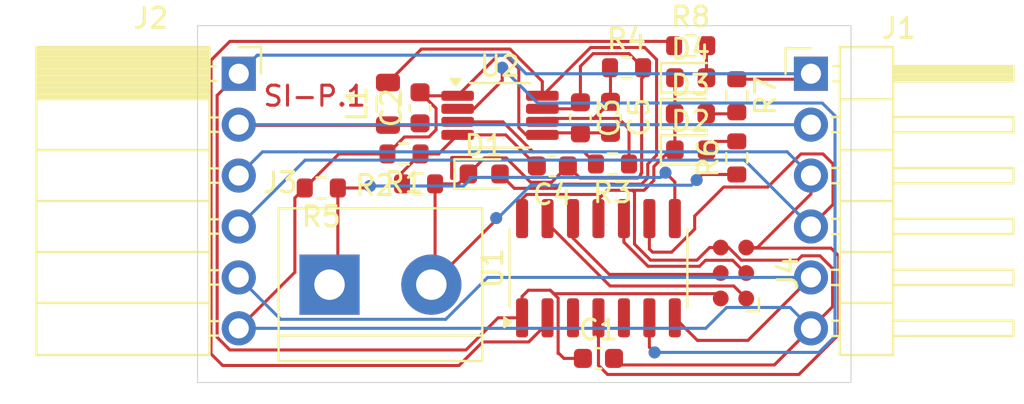
<source format=kicad_pcb>
(kicad_pcb (version 20240108) (generator "pcbnew") (generator_version "8.0")
  (layers (0 "F.Cu" signal) (31 "B.Cu" signal) (34 "B.Paste" user) (35 "F.Paste" user) (36 "B.SilkS" user "B.Silkscreen") (37 "F.SilkS" user "F.Silkscreen") (38 "B.Mask" user) (39 "F.Mask" user) (44 "Edge.Cuts" user))
  (net 0 "")
  (net 1 "GND")
  (net 2 "+3V3")
  (net 3 "+5V")
  (net 4 "+12V")
  (net 5 "Net-(U2-FB)")
  (net 6 "Net-(D1-A)")
  (net 7 "Net-(D2-A)")
  (net 8 "Net-(D3-A)")
  (net 9 "Net-(D4-A)")
  (net 10 "/RESET")
  (net 11 "/I2C_SCL")
  (net 12 "/I2C_SDA")
  (net 13 "/PT_OUT")
  (net 14 "Net-(U2-FREQ)")
  (net 15 "/STATUS")
  (net 16 "/SPI_MISO")
  (net 17 "/SPI_MOSI")
  (net 18 "/SPI_SCK")
  (net 21 "/BOOST_SHDN")
  (net 22 "Net-(U2-VDD)")
  (footprint "Connector_PinSocket_2.54mm:PinSocket_1x06_P2.54mm_Horizontal" (layer "F.Cu") (at 181.25748 61.8)
    (property "Reference" "J2" (at -4.38 -2.77 0) (layer "F.SilkS"))
    (property "Value" "Conn_01x06_Socket")
    (fp_line (start -10.09 -1.33) (end -10.09 14.03) (stroke (width 0.12)) (layer "F.SilkS"))
    (fp_line (start -10.09 -1.33) (end -1.46 -1.33) (stroke (width 0.12)) (layer "F.SilkS"))
    (fp_line (start -10.09 -1.21) (end -1.46 -1.21) (stroke (width 0.12)) (layer "F.SilkS"))
    (fp_line (start -10.09 -1.091905) (end -1.46 -1.091905) (stroke (width 0.12)) (layer "F.SilkS"))
    (fp_line (start -10.09 -0.97381) (end -1.46 -0.97381) (stroke (width 0.12)) (layer "F.SilkS"))
    (fp_line (start -10.09 -0.855715) (end -1.46 -0.855715) (stroke (width 0.12)) (layer "F.SilkS"))
    (fp_line (start -10.09 -0.73762) (end -1.46 -0.73762) (stroke (width 0.12)) (layer "F.SilkS"))
    (fp_line (start -10.09 -0.619525) (end -1.46 -0.619525) (stroke (width 0.12)) (layer "F.SilkS"))
    (fp_line (start -10.09 -0.50143) (end -1.46 -0.50143) (stroke (width 0.12)) (layer "F.SilkS"))
    (fp_line (start -10.09 -0.383335) (end -1.46 -0.383335) (stroke (width 0.12)) (layer "F.SilkS"))
    (fp_line (start -10.09 -0.26524) (end -1.46 -0.26524) (stroke (width 0.12)) (layer "F.SilkS"))
    (fp_line (start -10.09 -0.147145) (end -1.46 -0.147145) (stroke (width 0.12)) (layer "F.SilkS"))
    (fp_line (start -10.09 -0.02905) (end -1.46 -0.02905) (stroke (width 0.12)) (layer "F.SilkS"))
    (fp_line (start -10.09 0.089045) (end -1.46 0.089045) (stroke (width 0.12)) (layer "F.SilkS"))
    (fp_line (start -10.09 0.20714) (end -1.46 0.20714) (stroke (width 0.12)) (layer "F.SilkS"))
    (fp_line (start -10.09 0.325235) (end -1.46 0.325235) (stroke (width 0.12)) (layer "F.SilkS"))
    (fp_line (start -10.09 0.44333) (end -1.46 0.44333) (stroke (width 0.12)) (layer "F.SilkS"))
    (fp_line (start -10.09 0.561425) (end -1.46 0.561425) (stroke (width 0.12)) (layer "F.SilkS"))
    (fp_line (start -10.09 0.67952) (end -1.46 0.67952) (stroke (width 0.12)) (layer "F.SilkS"))
    (fp_line (start -10.09 0.797615) (end -1.46 0.797615) (stroke (width 0.12)) (layer "F.SilkS"))
    (fp_line (start -10.09 0.91571) (end -1.46 0.91571) (stroke (width 0.12)) (layer "F.SilkS"))
    (fp_line (start -10.09 1.033805) (end -1.46 1.033805) (stroke (width 0.12)) (layer "F.SilkS"))
    (fp_line (start -10.09 1.1519) (end -1.46 1.1519) (stroke (width 0.12)) (layer "F.SilkS"))
    (fp_line (start -10.09 1.27) (end -1.46 1.27) (stroke (width 0.12)) (layer "F.SilkS"))
    (fp_line (start -10.09 3.81) (end -1.46 3.81) (stroke (width 0.12)) (layer "F.SilkS"))
    (fp_line (start -10.09 6.35) (end -1.46 6.35) (stroke (width 0.12)) (layer "F.SilkS"))
    (fp_line (start -10.09 8.89) (end -1.46 8.89) (stroke (width 0.12)) (layer "F.SilkS"))
    (fp_line (start -10.09 11.43) (end -1.46 11.43) (stroke (width 0.12)) (layer "F.SilkS"))
    (fp_line (start -10.09 14.03) (end -1.46 14.03) (stroke (width 0.12)) (layer "F.SilkS"))
    (fp_line (start -1.46 -1.33) (end -1.46 14.03) (stroke (width 0.12)) (layer "F.SilkS"))
    (fp_line (start -1.46 -0.36) (end -1.11 -0.36) (stroke (width 0.12)) (layer "F.SilkS"))
    (fp_line (start -1.46 0.36) (end -1.11 0.36) (stroke (width 0.12)) (layer "F.SilkS"))
    (fp_line (start -1.46 2.18) (end -1.05 2.18) (stroke (width 0.12)) (layer "F.SilkS"))
    (fp_line (start -1.46 2.9) (end -1.05 2.9) (stroke (width 0.12)) (layer "F.SilkS"))
    (fp_line (start -1.46 4.72) (end -1.05 4.72) (stroke (width 0.12)) (layer "F.SilkS"))
    (fp_line (start -1.46 5.44) (end -1.05 5.44) (stroke (width 0.12)) (layer "F.SilkS"))
    (fp_line (start -1.46 7.26) (end -1.05 7.26) (stroke (width 0.12)) (layer "F.SilkS"))
    (fp_line (start -1.46 7.98) (end -1.05 7.98) (stroke (width 0.12)) (layer "F.SilkS"))
    (fp_line (start -1.46 9.8) (end -1.05 9.8) (stroke (width 0.12)) (layer "F.SilkS"))
    (fp_line (start -1.46 10.52) (end -1.05 10.52) (stroke (width 0.12)) (layer "F.SilkS"))
    (fp_line (start -1.46 12.34) (end -1.05 12.34) (stroke (width 0.12)) (layer "F.SilkS"))
    (fp_line (start -1.46 13.06) (end -1.05 13.06) (stroke (width 0.12)) (layer "F.SilkS"))
    (fp_line (start 0 -1.33) (end 1.11 -1.33) (stroke (width 0.12)) (layer "F.SilkS"))
    (fp_line (start 1.11 -1.33) (end 1.11 0) (stroke (width 0.12)) (layer "F.SilkS"))
    (pad "1" thru_hole rect (at 0 0) (size 1.7 1.7) (drill 1) (layers "*.Cu" "*.Mask") (net 2 "+3V3"))
    (pad "2" thru_hole oval (at 0 2.54) (size 1.7 1.7) (drill 1) (layers "*.Cu" "*.Mask") (net 3 "+5V"))
    (pad "3" thru_hole oval (at 0 5.08) (size 1.7 1.7) (drill 1) (layers "*.Cu" "*.Mask") (net 10 "/RESET"))
    (pad "4" thru_hole oval (at 0 7.62) (size 1.7 1.7) (drill 1) (layers "*.Cu" "*.Mask") (net 11 "/I2C_SCL"))
    (pad "5" thru_hole oval (at 0 10.16) (size 1.7 1.7) (drill 1) (layers "*.Cu" "*.Mask") (net 12 "/I2C_SDA"))
    (pad "6" thru_hole oval (at 0 12.7) (size 1.7 1.7) (drill 1) (layers "*.Cu" "*.Mask") (net 1 "GND"))
  )
  (footprint "Capacitor_SMD:C_0603_1608Metric" (layer "F.Cu") (at 198.3 64 -90)
    (property "Reference" "C3" (at 0 -1.43 90) (layer "F.SilkS"))
    (property "Value" "68u")
    (fp_line (start -0.14058 0.51) (end 0.14058 0.51) (stroke (width 0.12)) (layer "F.SilkS"))
    (fp_line (start -0.14058 -0.51) (end 0.14058 -0.51) (stroke (width 0.12)) (layer "F.SilkS"))
    (pad "1" smd roundrect (at -0.775 0 270) (size 0.9 0.95) (layers "F.Cu" "F.Paste" "F.Mask") (net 4 "+12V"))
    (pad "2" smd roundrect (at 0.775 0 270) (size 0.9 0.95) (layers "F.Cu" "F.Paste" "F.Mask") (net 1 "GND"))
  )
  (footprint "Resistor_SMD:R_0603_1608Metric" (layer "F.Cu") (at 190.225 67.293112 180)
    (property "Reference" "R2" (at 2.181212 -0.075302 0) (layer "F.SilkS"))
    (property "Value" "150k")
    (fp_line (start -0.237258 0.5225) (end 0.237258 0.5225) (stroke (width 0.12)) (layer "F.SilkS"))
    (fp_line (start -0.237258 -0.5225) (end 0.237258 -0.5225) (stroke (width 0.12)) (layer "F.SilkS"))
    (pad "1" smd roundrect (at -0.825 0 180) (size 0.8 0.95) (layers "F.Cu" "F.Paste" "F.Mask") (net 4 "+12V"))
    (pad "2" smd roundrect (at 0.825 0 180) (size 0.8 0.95) (layers "F.Cu" "F.Paste" "F.Mask") (net 5 "Net-(U2-FB)"))
  )
  (footprint "LED_SMD:LED_0603_1608Metric" (layer "F.Cu") (at 203.8 62)
    (property "Reference" "D4" (at 0 -1.43 0) (layer "F.SilkS"))
    (property "Value" "LED")
    (fp_line (start -1.485 -0.735) (end -1.485 0.735) (stroke (width 0.12)) (layer "F.SilkS"))
    (fp_line (start -1.485 0.735) (end 0.8 0.735) (stroke (width 0.12)) (layer "F.SilkS"))
    (fp_line (start 0.8 -0.735) (end -1.485 -0.735) (stroke (width 0.12)) (layer "F.SilkS"))
    (pad "1" smd roundrect (at -0.7875 0) (size 0.875 0.95) (layers "F.Cu" "F.Paste" "F.Mask") (net 1 "GND"))
    (pad "2" smd roundrect (at 0.7875 0) (size 0.875 0.95) (layers "F.Cu" "F.Paste" "F.Mask") (net 9 "Net-(D4-A)"))
  )
  (footprint "Resistor_SMD:R_0603_1608Metric" (layer "F.Cu") (at 199.9 66.3 180)
    (property "Reference" "R3" (at 0 -1.43 0) (layer "F.SilkS"))
    (property "Value" "200k")
    (fp_line (start -0.237258 0.5225) (end 0.237258 0.5225) (stroke (width 0.12)) (layer "F.SilkS"))
    (fp_line (start -0.237258 -0.5225) (end 0.237258 -0.5225) (stroke (width 0.12)) (layer "F.SilkS"))
    (pad "1" smd roundrect (at -0.825 0 180) (size 0.8 0.95) (layers "F.Cu" "F.Paste" "F.Mask") (net 22 "Net-(U2-VDD)"))
    (pad "2" smd roundrect (at 0.825 0 180) (size 0.8 0.95) (layers "F.Cu" "F.Paste" "F.Mask") (net 14 "Net-(U2-FREQ)"))
  )
  (footprint "Package_SO:VSSOP-8_3x3mm_P0.65mm" (layer "F.Cu") (at 194.2875 63.875)
    (property "Reference" "U2" (at 0 -2.45 0) (layer "F.SilkS"))
    (property "Value" "LM2621MM/NOPB")
    (fp_line (start 0 -1.61) (end -1.5 -1.61) (stroke (width 0.12)) (layer "F.SilkS"))
    (fp_line (start 0 -1.61) (end 1.5 -1.61) (stroke (width 0.12)) (layer "F.SilkS"))
    (fp_line (start 0 1.61) (end -1.5 1.61) (stroke (width 0.12)) (layer "F.SilkS"))
    (fp_line (start 0 1.61) (end 1.5 1.61) (stroke (width 0.12)) (layer "F.SilkS"))
    (fp_poly (pts (xy -2.2125 -1.485) (xy -2.4525 -1.815) (xy -1.9725 -1.815) (xy -2.2125 -1.485)) (stroke (width 0.12)) (fill solid) (layer "F.SilkS"))
    (pad "1" smd roundrect (at -2.1125 -0.975) (size 1.625 0.5) (layers "F.Cu" "F.Paste" "F.Mask") (net 1 "GND"))
    (pad "2" smd roundrect (at -2.1125 -0.325) (size 1.625 0.5) (layers "F.Cu" "F.Paste" "F.Mask") (net 21 "/BOOST_SHDN"))
    (pad "3" smd roundrect (at -2.1125 0.325) (size 1.625 0.5) (layers "F.Cu" "F.Paste" "F.Mask") (net 14 "Net-(U2-FREQ)"))
    (pad "4" smd roundrect (at -2.1125 0.975) (size 1.625 0.5) (layers "F.Cu" "F.Paste" "F.Mask") (net 5 "Net-(U2-FB)"))
    (pad "5" smd roundrect (at 2.1125 0.975) (size 1.625 0.5) (layers "F.Cu" "F.Paste" "F.Mask") (net 1 "GND"))
    (pad "6" smd roundrect (at 2.1125 0.325) (size 1.625 0.5) (layers "F.Cu" "F.Paste" "F.Mask") (net 22 "Net-(U2-VDD)"))
    (pad "7" smd roundrect (at 2.1125 -0.325) (size 1.625 0.5) (layers "F.Cu" "F.Paste" "F.Mask") (net 4 "+12V"))
    (pad "8" smd roundrect (at 2.1125 -0.975) (size 1.625 0.5) (layers "F.Cu" "F.Paste" "F.Mask") (net 6 "Net-(D1-A)"))
  )
  (footprint "Capacitor_SMD:C_0603_1608Metric" (layer "F.Cu") (at 196.9 66.4 180)
    (property "Reference" "C4" (at 0 -1.43 0) (layer "F.SilkS"))
    (property "Value" "39p")
    (fp_line (start -0.14058 0.51) (end 0.14058 0.51) (stroke (width 0.12)) (layer "F.SilkS"))
    (fp_line (start -0.14058 -0.51) (end 0.14058 -0.51) (stroke (width 0.12)) (layer "F.SilkS"))
    (pad "1" smd roundrect (at -0.775 0 180) (size 0.9 0.95) (layers "F.Cu" "F.Paste" "F.Mask") (net 4 "+12V"))
    (pad "2" smd roundrect (at 0.775 0 180) (size 0.9 0.95) (layers "F.Cu" "F.Paste" "F.Mask") (net 5 "Net-(U2-FB)"))
  )
  (footprint "Capacitor_SMD:C_0603_1608Metric" (layer "F.Cu") (at 199.8 63.975 -90)
    (property "Reference" "C5" (at 0 -1.43 90) (layer "F.SilkS"))
    (property "Value" "100n")
    (fp_line (start -0.14058 0.51) (end 0.14058 0.51) (stroke (width 0.12)) (layer "F.SilkS"))
    (fp_line (start -0.14058 -0.51) (end 0.14058 -0.51) (stroke (width 0.12)) (layer "F.SilkS"))
    (pad "1" smd roundrect (at -0.775 0 270) (size 0.9 0.95) (layers "F.Cu" "F.Paste" "F.Mask") (net 22 "Net-(U2-VDD)"))
    (pad "2" smd roundrect (at 0.775 0 270) (size 0.9 0.95) (layers "F.Cu" "F.Paste" "F.Mask") (net 1 "GND"))
  )
  (footprint "Diode_SMD:D_0603_1608Metric" (layer "F.Cu") (at 193.5 66.8)
    (property "Reference" "D1" (at 0 -1.43 0) (layer "F.SilkS"))
    (property "Value" "D_Schottky")
    (fp_line (start -1.485 -0.735) (end -1.485 0.735) (stroke (width 0.12)) (layer "F.SilkS"))
    (fp_line (start -1.485 0.735) (end 0.8 0.735) (stroke (width 0.12)) (layer "F.SilkS"))
    (fp_line (start 0.8 -0.735) (end -1.485 -0.735) (stroke (width 0.12)) (layer "F.SilkS"))
    (pad "1" smd roundrect (at -0.7875 0) (size 0.875 0.95) (layers "F.Cu" "F.Paste" "F.Mask") (net 4 "+12V"))
    (pad "2" smd roundrect (at 0.7875 0) (size 0.875 0.95) (layers "F.Cu" "F.Paste" "F.Mask") (net 6 "Net-(D1-A)"))
  )
  (footprint "Capacitor_SMD:C_0603_1608Metric" (layer "F.Cu") (at 199.2 76)
    (property "Reference" "C1" (at 0 -1.43 0) (layer "F.SilkS"))
    (property "Value" "0.1u")
    (fp_line (start -0.14058 -0.51) (end 0.14058 -0.51) (stroke (width 0.12)) (layer "F.SilkS"))
    (fp_line (start -0.14058 0.51) (end 0.14058 0.51) (stroke (width 0.12)) (layer "F.SilkS"))
    (pad "1" smd roundrect (at -0.775 0) (size 0.9 0.95) (layers "F.Cu" "F.Paste" "F.Mask") (net 2 "+3V3"))
    (pad "2" smd roundrect (at 0.775 0) (size 0.9 0.95) (layers "F.Cu" "F.Paste" "F.Mask") (net 1 "GND"))
  )
  (footprint "TerminalBlock:TerminalBlock_bornier-2_P5.08mm" (layer "F.Cu") (at 185.784406 72.321293)
    (property "Reference" "J3" (at -2.46 -5.090521 0) (layer "F.SilkS"))
    (property "Value" "Screw_Terminal_01x02")
    (fp_line (start -2.54 -3.81) (end -2.54 3.81) (stroke (width 0.12)) (layer "F.SilkS"))
    (fp_line (start -2.54 3.81) (end 7.62 3.81) (stroke (width 0.12)) (layer "F.SilkS"))
    (fp_line (start 7.62 -3.81) (end -2.54 -3.81) (stroke (width 0.12)) (layer "F.SilkS"))
    (fp_line (start 7.62 2.54) (end -2.54 2.54) (stroke (width 0.12)) (layer "F.SilkS"))
    (fp_line (start 7.62 3.81) (end 7.62 -3.81) (stroke (width 0.12)) (layer "F.SilkS"))
    (pad "1" thru_hole rect (at 0 0) (size 3 3) (drill 1.52) (layers "*.Cu" "*.Mask") (net 13 "/PT_OUT"))
    (pad "2" thru_hole circle (at 5.08 0) (size 3 3) (drill 1.52) (layers "*.Cu" "*.Mask") (net 4 "+12V"))
  )
  (footprint "Connector_PinHeader_2.54mm:PinHeader_1x06_P2.54mm_Horizontal" (layer "F.Cu") (at 209.8 61.8)
    (property "Reference" "J1" (at 4.385 -2.27 0) (layer "F.SilkS"))
    (property "Value" "Conn_01x06_Pin")
    (fp_line (start -1.27 -1.27) (end 0 -1.27) (stroke (width 0.12)) (layer "F.SilkS"))
    (fp_line (start -1.27 0) (end -1.27 -1.27) (stroke (width 0.12)) (layer "F.SilkS"))
    (fp_line (start 1.042929 2.16) (end 1.44 2.16) (stroke (width 0.12)) (layer "F.SilkS"))
    (fp_line (start 1.042929 2.92) (end 1.44 2.92) (stroke (width 0.12)) (layer "F.SilkS"))
    (fp_line (start 1.042929 4.7) (end 1.44 4.7) (stroke (width 0.12)) (layer "F.SilkS"))
    (fp_line (start 1.042929 5.46) (end 1.44 5.46) (stroke (width 0.12)) (layer "F.SilkS"))
    (fp_line (start 1.042929 7.24) (end 1.44 7.24) (stroke (width 0.12)) (layer "F.SilkS"))
    (fp_line (start 1.042929 8) (end 1.44 8) (stroke (width 0.12)) (layer "F.SilkS"))
    (fp_line (start 1.042929 9.78) (end 1.44 9.78) (stroke (width 0.12)) (layer "F.SilkS"))
    (fp_line (start 1.042929 10.54) (end 1.44 10.54) (stroke (width 0.12)) (layer "F.SilkS"))
    (fp_line (start 1.042929 12.32) (end 1.44 12.32) (stroke (width 0.12)) (layer "F.SilkS"))
    (fp_line (start 1.042929 13.08) (end 1.44 13.08) (stroke (width 0.12)) (layer "F.SilkS"))
    (fp_line (start 1.11 -0.38) (end 1.44 -0.38) (stroke (width 0.12)) (layer "F.SilkS"))
    (fp_line (start 1.11 0.38) (end 1.44 0.38) (stroke (width 0.12)) (layer "F.SilkS"))
    (fp_line (start 1.44 -1.33) (end 1.44 14.03) (stroke (width 0.12)) (layer "F.SilkS"))
    (fp_line (start 1.44 1.27) (end 4.1 1.27) (stroke (width 0.12)) (layer "F.SilkS"))
    (fp_line (start 1.44 3.81) (end 4.1 3.81) (stroke (width 0.12)) (layer "F.SilkS"))
    (fp_line (start 1.44 6.35) (end 4.1 6.35) (stroke (width 0.12)) (layer "F.SilkS"))
    (fp_line (start 1.44 8.89) (end 4.1 8.89) (stroke (width 0.12)) (layer "F.SilkS"))
    (fp_line (start 1.44 11.43) (end 4.1 11.43) (stroke (width 0.12)) (layer "F.SilkS"))
    (fp_line (start 1.44 14.03) (end 4.1 14.03) (stroke (width 0.12)) (layer "F.SilkS"))
    (fp_line (start 4.1 -1.33) (end 1.44 -1.33) (stroke (width 0.12)) (layer "F.SilkS"))
    (fp_line (start 4.1 -0.38) (end 10.1 -0.38) (stroke (width 0.12)) (layer "F.SilkS"))
    (fp_line (start 4.1 -0.32) (end 10.1 -0.32) (stroke (width 0.12)) (layer "F.SilkS"))
    (fp_line (start 4.1 -0.2) (end 10.1 -0.2) (stroke (width 0.12)) (layer "F.SilkS"))
    (fp_line (start 4.1 -0.08) (end 10.1 -0.08) (stroke (width 0.12)) (layer "F.SilkS"))
    (fp_line (start 4.1 0.04) (end 10.1 0.04) (stroke (width 0.12)) (layer "F.SilkS"))
    (fp_line (start 4.1 0.16) (end 10.1 0.16) (stroke (width 0.12)) (layer "F.SilkS"))
    (fp_line (start 4.1 0.28) (end 10.1 0.28) (stroke (width 0.12)) (layer "F.SilkS"))
    (fp_line (start 4.1 2.16) (end 10.1 2.16) (stroke (width 0.12)) (layer "F.SilkS"))
    (fp_line (start 4.1 4.7) (end 10.1 4.7) (stroke (width 0.12)) (layer "F.SilkS"))
    (fp_line (start 4.1 7.24) (end 10.1 7.24) (stroke (width 0.12)) (layer "F.SilkS"))
    (fp_line (start 4.1 9.78) (end 10.1 9.78) (stroke (width 0.12)) (layer "F.SilkS"))
    (fp_line (start 4.1 12.32) (end 10.1 12.32) (stroke (width 0.12)) (layer "F.SilkS"))
    (fp_line (start 4.1 14.03) (end 4.1 -1.33) (stroke (width 0.12)) (layer "F.SilkS"))
    (fp_line (start 10.1 -0.38) (end 10.1 0.38) (stroke (width 0.12)) (layer "F.SilkS"))
    (fp_line (start 10.1 0.38) (end 4.1 0.38) (stroke (width 0.12)) (layer "F.SilkS"))
    (fp_line (start 10.1 2.16) (end 10.1 2.92) (stroke (width 0.12)) (layer "F.SilkS"))
    (fp_line (start 10.1 2.92) (end 4.1 2.92) (stroke (width 0.12)) (layer "F.SilkS"))
    (fp_line (start 10.1 4.7) (end 10.1 5.46) (stroke (width 0.12)) (layer "F.SilkS"))
    (fp_line (start 10.1 5.46) (end 4.1 5.46) (stroke (width 0.12)) (layer "F.SilkS"))
    (fp_line (start 10.1 7.24) (end 10.1 8) (stroke (width 0.12)) (layer "F.SilkS"))
    (fp_line (start 10.1 8) (end 4.1 8) (stroke (width 0.12)) (layer "F.SilkS"))
    (fp_line (start 10.1 9.78) (end 10.1 10.54) (stroke (width 0.12)) (layer "F.SilkS"))
    (fp_line (start 10.1 10.54) (end 4.1 10.54) (stroke (width 0.12)) (layer "F.SilkS"))
    (fp_line (start 10.1 12.32) (end 10.1 13.08) (stroke (width 0.12)) (layer "F.SilkS"))
    (fp_line (start 10.1 13.08) (end 4.1 13.08) (stroke (width 0.12)) (layer "F.SilkS"))
    (pad "1" thru_hole rect (at 0 0) (size 1.7 1.7) (drill 1) (layers "*.Cu" "*.Mask") (net 2 "+3V3"))
    (pad "2" thru_hole oval (at 0 2.54) (size 1.7 1.7) (drill 1) (layers "*.Cu" "*.Mask") (net 3 "+5V"))
    (pad "3" thru_hole oval (at 0 5.08) (size 1.7 1.7) (drill 1) (layers "*.Cu" "*.Mask") (net 10 "/RESET"))
    (pad "4" thru_hole oval (at 0 7.62) (size 1.7 1.7) (drill 1) (layers "*.Cu" "*.Mask") (net 11 "/I2C_SCL"))
    (pad "5" thru_hole oval (at 0 10.16) (size 1.7 1.7) (drill 1) (layers "*.Cu" "*.Mask") (net 12 "/I2C_SDA"))
    (pad "6" thru_hole oval (at 0 12.7) (size 1.7 1.7) (drill 1) (layers "*.Cu" "*.Mask") (net 1 "GND"))
  )
  (footprint "Resistor_SMD:R_0603_1608Metric" (layer "F.Cu") (at 206.1 66 90)
    (property "Reference" "R6" (at 0 -1.43 90) (layer "F.SilkS"))
    (property "Value" "6.8k")
    (fp_line (start -0.237258 -0.5225) (end 0.237258 -0.5225) (stroke (width 0.12)) (layer "F.SilkS"))
    (fp_line (start -0.237258 0.5225) (end 0.237258 0.5225) (stroke (width 0.12)) (layer "F.SilkS"))
    (pad "1" smd roundrect (at -0.825 0 90) (size 0.8 0.95) (layers "F.Cu" "F.Paste" "F.Mask") (net 4 "+12V"))
    (pad "2" smd roundrect (at 0.825 0 90) (size 0.8 0.95) (layers "F.Cu" "F.Paste" "F.Mask") (net 7 "Net-(D2-A)"))
  )
  (footprint "Connector:Tag-Connect_TC2030-IDC-NL_2x03_P1.27mm_Vertical" (layer "F.Cu") (at 205.935 71.74 90)
    (property "Reference" "J4" (at 0 2.7 90) (layer "F.SilkS"))
    (property "Value" "AVR-ISP-6")
    (fp_line (start -1.27 1.27) (end -1.905 1.27) (stroke (width 0.12)) (layer "F.SilkS"))
    (fp_line (start -1.905 1.27) (end -1.905 0.635) (stroke (width 0.12)) (layer "F.SilkS"))
    (pad "" np_thru_hole circle (at -2.54 0 90) (size 0.9906 0.9906) (drill 0.9906) (layers "*.Cu" "*.Mask"))
    (pad "" np_thru_hole circle (at 2.54 -1.016 90) (size 0.9906 0.9906) (drill 0.9906) (layers "*.Cu" "*.Mask"))
    (pad "" np_thru_hole circle (at 2.54 1.016 90) (size 0.9906 0.9906) (drill 0.9906) (layers "*.Cu" "*.Mask"))
    (pad "1" connect circle (at -1.27 0.635 90) (size 0.7874 0.7874) (layers "F.Cu" "F.Mask") (net 16 "/SPI_MISO"))
    (pad "2" connect circle (at -1.27 -0.635 90) (size 0.7874 0.7874) (layers "F.Cu" "F.Mask") (net 2 "+3V3"))
    (pad "3" connect circle (at 0 0.635 90) (size 0.7874 0.7874) (layers "F.Cu" "F.Mask") (net 18 "/SPI_SCK"))
    (pad "4" connect circle (at 0 -0.635 90) (size 0.7874 0.7874) (layers "F.Cu" "F.Mask") (net 17 "/SPI_MOSI"))
    (pad "5" connect circle (at 1.27 0.635 90) (size 0.7874 0.7874) (layers "F.Cu" "F.Mask") (net 10 "/RESET"))
    (pad "6" connect circle (at 1.27 -0.635 90) (size 0.7874 0.7874) (layers "F.Cu" "F.Mask") (net 1 "GND"))
  )
  (footprint "Resistor_SMD:R_0603_1608Metric" (layer "F.Cu") (at 203.8 60.4)
    (property "Reference" "R8" (at 0 -1.43 0) (layer "F.SilkS"))
    (property "Value" "330")
    (fp_line (start -0.237258 -0.5225) (end 0.237258 -0.5225) (stroke (width 0.12)) (layer "F.SilkS"))
    (fp_line (start -0.237258 0.5225) (end 0.237258 0.5225) (stroke (width 0.12)) (layer "F.SilkS"))
    (pad "1" smd roundrect (at -0.825 0) (size 0.8 0.95) (layers "F.Cu" "F.Paste" "F.Mask") (net 15 "/STATUS"))
    (pad "2" smd roundrect (at 0.825 0) (size 0.8 0.95) (layers "F.Cu" "F.Paste" "F.Mask") (net 9 "Net-(D4-A)"))
  )
  (footprint "Resistor_SMD:R_0603_1608Metric" (layer "F.Cu") (at 189.5 65.8 180)
    (property "Reference" "R1" (at 0 -1.43 0) (layer "F.SilkS"))
    (property "Value" "15k")
    (fp_line (start -0.237258 0.5225) (end 0.237258 0.5225) (stroke (width 0.12)) (layer "F.SilkS"))
    (fp_line (start -0.237258 -0.5225) (end 0.237258 -0.5225) (stroke (width 0.12)) (layer "F.SilkS"))
    (pad "1" smd roundrect (at -0.825 0 180) (size 0.8 0.95) (layers "F.Cu" "F.Paste" "F.Mask") (net 5 "Net-(U2-FB)"))
    (pad "2" smd roundrect (at 0.825 0 180) (size 0.8 0.95) (layers "F.Cu" "F.Paste" "F.Mask") (net 1 "GND"))
  )
  (footprint "Inductor_SMD:L_0805_2012Metric" (layer "F.Cu") (at 188.7 63.3 90)
    (property "Reference" "L1" (at 0 -1.55 90) (layer "F.SilkS"))
    (property "Value" "6.8u")
    (fp_line (start -0.399622 -0.56) (end 0.399622 -0.56) (stroke (width 0.12)) (layer "F.SilkS"))
    (fp_line (start -0.399622 0.56) (end 0.399622 0.56) (stroke (width 0.12)) (layer "F.SilkS"))
    (pad "1" smd roundrect (at -1.0625 0 90) (size 0.875 1.2) (layers "F.Cu" "F.Paste" "F.Mask") (net 3 "+5V"))
    (pad "2" smd roundrect (at 1.0625 0 90) (size 0.875 1.2) (layers "F.Cu" "F.Paste" "F.Mask") (net 6 "Net-(D1-A)"))
  )
  (footprint "Capacitor_SMD:C_0603_1608Metric" (layer "F.Cu") (at 190.3 63.5 90)
    (property "Reference" "C2" (at 0 -1.43 90) (layer "F.SilkS"))
    (property "Value" "22u")
    (fp_line (start -0.14058 -0.51) (end 0.14058 -0.51) (stroke (width 0.12)) (layer "F.SilkS"))
    (fp_line (start -0.14058 0.51) (end 0.14058 0.51) (stroke (width 0.12)) (layer "F.SilkS"))
    (pad "1" smd roundrect (at -0.775 0 90) (size 0.9 0.95) (layers "F.Cu" "F.Paste" "F.Mask") (net 3 "+5V"))
    (pad "2" smd roundrect (at 0.775 0 90) (size 0.9 0.95) (layers "F.Cu" "F.Paste" "F.Mask") (net 1 "GND"))
  )
  (footprint "Resistor_SMD:R_0603_1608Metric" (layer "F.Cu") (at 206.1 62.9 -90)
    (property "Reference" "R7" (at 0 -1.43 90) (layer "F.SilkS"))
    (property "Value" "330")
    (fp_line (start -0.237258 0.5225) (end 0.237258 0.5225) (stroke (width 0.12)) (layer "F.SilkS"))
    (fp_line (start -0.237258 -0.5225) (end 0.237258 -0.5225) (stroke (width 0.12)) (layer "F.SilkS"))
    (pad "1" smd roundrect (at -0.825 0 270) (size 0.8 0.95) (layers "F.Cu" "F.Paste" "F.Mask") (net 2 "+3V3"))
    (pad "2" smd roundrect (at 0.825 0 270) (size 0.8 0.95) (layers "F.Cu" "F.Paste" "F.Mask") (net 8 "Net-(D3-A)"))
  )
  (footprint "Resistor_SMD:R_0603_1608Metric" (layer "F.Cu") (at 200.6 61.5)
    (property "Reference" "R4" (at 0 -1.43 0) (layer "F.SilkS"))
    (property "Value" "500")
    (fp_line (start -0.237258 -0.5225) (end 0.237258 -0.5225) (stroke (width 0.12)) (layer "F.SilkS"))
    (fp_line (start -0.237258 0.5225) (end 0.237258 0.5225) (stroke (width 0.12)) (layer "F.SilkS"))
    (pad "1" smd roundrect (at -0.825 0) (size 0.8 0.95) (layers "F.Cu" "F.Paste" "F.Mask") (net 22 "Net-(U2-VDD)"))
    (pad "2" smd roundrect (at 0.825 0) (size 0.8 0.95) (layers "F.Cu" "F.Paste" "F.Mask") (net 4 "+12V"))
  )
  (footprint "Resistor_SMD:R_0603_1608Metric" (layer "F.Cu") (at 185.375 67.5 180)
    (property "Reference" "R5" (at 0 -1.43 0) (layer "F.SilkS"))
    (property "Value" "180")
    (fp_line (start -0.237258 0.5225) (end 0.237258 0.5225) (stroke (width 0.12)) (layer "F.SilkS"))
    (fp_line (start -0.237258 -0.5225) (end 0.237258 -0.5225) (stroke (width 0.12)) (layer "F.SilkS"))
    (pad "1" smd roundrect (at -0.825 0 180) (size 0.8 0.95) (layers "F.Cu" "F.Paste" "F.Mask") (net 13 "/PT_OUT"))
    (pad "2" smd roundrect (at 0.825 0 180) (size 0.8 0.95) (layers "F.Cu" "F.Paste" "F.Mask") (net 1 "GND"))
  )
  (footprint "LED_SMD:LED_0603_1608Metric" (layer "F.Cu") (at 203.7875 63.8)
    (property "Reference" "D3" (at 0 -1.43 0) (layer "F.SilkS"))
    (property "Value" "LED")
    (fp_line (start -1.485 -0.735) (end -1.485 0.735) (stroke (width 0.12)) (layer "F.SilkS"))
    (fp_line (start -1.485 0.735) (end 0.8 0.735) (stroke (width 0.12)) (layer "F.SilkS"))
    (fp_line (start 0.8 -0.735) (end -1.485 -0.735) (stroke (width 0.12)) (layer "F.SilkS"))
    (pad "1" smd roundrect (at -0.7875 0) (size 0.875 0.95) (layers "F.Cu" "F.Paste" "F.Mask") (net 1 "GND"))
    (pad "2" smd roundrect (at 0.7875 0) (size 0.875 0.95) (layers "F.Cu" "F.Paste" "F.Mask") (net 8 "Net-(D3-A)"))
  )
  (footprint "LED_SMD:LED_0603_1608Metric" (layer "F.Cu") (at 203.8 65.6)
    (property "Reference" "D2" (at 0 -1.43 0) (layer "F.SilkS"))
    (property "Value" "LED")
    (fp_line (start -1.485 -0.735) (end -1.485 0.735) (stroke (width 0.12)) (layer "F.SilkS"))
    (fp_line (start -1.485 0.735) (end 0.8 0.735) (stroke (width 0.12)) (layer "F.SilkS"))
    (fp_line (start 0.8 -0.735) (end -1.485 -0.735) (stroke (width 0.12)) (layer "F.SilkS"))
    (pad "1" smd roundrect (at -0.7875 0) (size 0.875 0.95) (layers "F.Cu" "F.Paste" "F.Mask") (net 1 "GND"))
    (pad "2" smd roundrect (at 0.7875 0) (size 0.875 0.95) (layers "F.Cu" "F.Paste" "F.Mask") (net 7 "Net-(D2-A)"))
  )
  (footprint "Package_SO:SOIC-14_3.9x8.7mm_P1.27mm" (layer "F.Cu") (at 199.2 71.5 90)
    (property "Reference" "U1" (at 0 -5.28 90) (layer "F.SilkS"))
    (property "Value" "ATtiny841-SS")
    (fp_line (start 0 -4.435) (end 1.95 -4.435) (stroke (width 0.12)) (layer "F.SilkS"))
    (fp_line (start 0 -4.435) (end -1.95 -4.435) (stroke (width 0.12)) (layer "F.SilkS"))
    (fp_line (start 0 4.435) (end 1.95 4.435) (stroke (width 0.12)) (layer "F.SilkS"))
    (fp_line (start 0 4.435) (end -1.95 4.435) (stroke (width 0.12)) (layer "F.SilkS"))
    (fp_poly (pts (xy -2.7 -4.37) (xy -2.94 -4.7) (xy -2.46 -4.7) (xy -2.7 -4.37)) (stroke (width 0.12)) (fill solid) (layer "F.SilkS"))
    (pad "1" smd roundrect (at -2.475 -3.81 90) (size 1.95 0.6) (layers "F.Cu" "F.Paste" "F.Mask") (net 2 "+3V3"))
    (pad "2" smd roundrect (at -2.475 -2.54 90) (size 1.95 0.6) (layers "F.Cu" "F.Paste" "F.Mask") (net 15 "/STATUS"))
    (pad "3" smd roundrect (at -2.475 -1.27 90) (size 1.95 0.6) (layers "F.Cu" "F.Paste" "F.Mask"))
    (pad "4" smd roundrect (at -2.475 0 90) (size 1.95 0.6) (layers "F.Cu" "F.Paste" "F.Mask") (net 10 "/RESET"))
    (pad "5" smd roundrect (at -2.475 1.27 90) (size 1.95 0.6) (layers "F.Cu" "F.Paste" "F.Mask"))
    (pad "6" smd roundrect (at -2.475 2.54 90) (size 1.95 0.6) (layers "F.Cu" "F.Paste" "F.Mask") (net 21 "/BOOST_SHDN"))
    (pad "7" smd roundrect (at -2.475 3.81 90) (size 1.95 0.6) (layers "F.Cu" "F.Paste" "F.Mask") (net 12 "/I2C_SDA"))
    (pad "8" smd roundrect (at 2.475 3.81 90) (size 1.95 0.6) (layers "F.Cu" "F.Paste" "F.Mask") (net 13 "/PT_OUT"))
    (pad "9" smd roundrect (at 2.475 2.54 90) (size 1.95 0.6) (layers "F.Cu" "F.Paste" "F.Mask") (net 11 "/I2C_SCL"))
    (pad "10" smd roundrect (at 2.475 1.27 90) (size 1.95 0.6) (layers "F.Cu" "F.Paste" "F.Mask") (net 18 "/SPI_SCK"))
    (pad "11" smd roundrect (at 2.475 0 90) (size 1.95 0.6) (layers "F.Cu" "F.Paste" "F.Mask") (net 1 "GND"))
    (pad "12" smd roundrect (at 2.475 -1.27 90) (size 1.95 0.6) (layers "F.Cu" "F.Paste" "F.Mask") (net 17 "/SPI_MOSI"))
    (pad "13" smd roundrect (at 2.475 -2.54 90) (size 1.95 0.6) (layers "F.Cu" "F.Paste" "F.Mask") (net 16 "/SPI_MISO"))
    (pad "14" smd roundrect (at 2.475 -3.81 90) (size 1.95 0.6) (layers "F.Cu" "F.Paste" "F.Mask") (net 1 "GND"))
  )
  (gr_line (start 191.9 66) (end 191.9 67) (stroke (width 0.2)) (layer "F.Cu"))
  (gr_line (start 192.8 66) (end 191.9 66) (stroke (width 0.2)) (layer "F.Cu"))
  (gr_rect (start 179.2 59.4) (end 211.8 77.2) (stroke (width 0.05)) (fill none) (layer "Edge.Cuts"))
  (gr_text "SI-P.1" (at 182.4 63.5 0) (layer "F.Cu") (effects (font (size 1 1)) (justify left bottom)))
  (segment (start 207.9738 76.3262) (end 209.8 74.5) (width 0.1524) (layer "F.Cu") (net 1))
  (segment (start 199.2 68.050001) (end 199.636801 67.6132) (width 0.1524) (layer "F.Cu") (net 1))
  (segment (start 190.744122 64.9536) (end 191.1 64.597722) (width 0.1524) (layer "F.Cu") (net 1))
  (segment (start 203.0125 62) (end 203.0125 65.6) (width 0.1524) (layer "F.Cu") (net 1))
  (segment (start 192.175 62.9) (end 194.2012 60.8738) (width 0.1524) (layer "F.Cu") (net 1))
  (segment (start 210.8786 71.513229) (end 210.8786 73.4214) (width 0.1524) (layer "F.Cu") (net 1))
  (segment (start 194.2012 60.8738) (end 194.559381 60.8738) (width 0.1524) (layer "F.Cu") (net 1))
  (segment (start 195.39 69.025) (end 195.39 68.050001) (width 0.1524) (layer "F.Cu") (net 1))
  (segment (start 200.3012 76.3262) (end 207.9738 76.3262) (width 0.1524) (layer "F.Cu") (net 1))
  (segment (start 209.134629 71.1) (end 209.353229 70.8814) (width 0.1524) (layer "F.Cu") (net 1))
  (segment (start 195.618601 67.8214) (end 199.1214 67.8214) (width 0.1524) (layer "F.Cu") (net 1))
  (segment (start 199.636801 67.6132) (end 200.9 67.6132) (width 0.1524) (layer "F.Cu") (net 1))
  (segment (start 205.3 70.47) (end 205.689934 70.47) (width 0.1524) (layer "F.Cu") (net 1))
  (segment (start 210.8786 73.4214) (end 209.8 74.5) (width 0.1524) (layer "F.Cu") (net 1))
  (segment (start 209.353229 70.8814) (end 210.246771 70.8814) (width 0.1524) (layer "F.Cu") (net 1))
  (segment (start 204.743225 70.47) (end 204.113225 71.1) (width 0.1524) (layer "F.Cu") (net 1))
  (segment (start 184.055806 71.701674) (end 181.25748 74.5) (width 0.1524) (layer "F.Cu") (net 1))
  (segment (start 195.39 68.050001) (end 195.618601 67.8214) (width 0.1524) (layer "F.Cu") (net 1))
  (segment (start 201.8 71.1) (end 200.9986 70.2986) (width 0.1524) (layer "F.Cu") (net 1))
  (segment (start 195.587501 64.85) (end 196.4 64.85) (width 0.1524) (layer "F.Cu") (net 1))
  (segment (start 205.689934 70.47) (end 206.319934 71.1) (width 0.1524) (layer "F.Cu") (net 1))
  (segment (start 206.319934 71.1) (end 209.134629 71.1) (width 0.1524) (layer "F.Cu") (net 1))
  (segment (start 192.175 62.9) (end 190.375 62.9) (width 0.1524) (layer "F.Cu") (net 1))
  (segment (start 186.25 65.8) (end 188.675 65.8) (width 0.1524) (layer "F.Cu") (net 1))
  (segment (start 184.055806 67.994194) (end 184.055806 71.701674) (width 0.1524) (layer "F.Cu") (net 1))
  (segment (start 196.5 64.75) (end 196.4 64.85) (width 0.1524) (layer "F.Cu") (net 1))
  (segment (start 201.9632 66.430234) (end 202.793434 65.6) (width 0.1524) (layer "F.Cu") (net 1))
  (segment (start 184.55 67.5) (end 184.055806 67.994194) (width 0.1524) (layer "F.Cu") (net 1))
  (segment (start 188.675 65.8) (end 189.5214 64.9536) (width 0.1524) (layer "F.Cu") (net 1))
  (segment (start 190.375 62.9) (end 190.3 62.825) (width 0.1524) (layer "F.Cu") (net 1))
  (segment (start 191.1 64.597722) (end 191.1 63.525) (width 0.1524) (layer "F.Cu") (net 1))
  (segment (start 194.559381 60.8738) (end 195.2262 61.540619) (width 0.1524) (layer "F.Cu") (net 1))
  (segment (start 200.9986 67.7118) (end 200.9 67.6132) (width 0.1524) (layer "F.Cu") (net 1))
  (segment (start 195.2262 61.540619) (end 195.2262 64.488699) (width 0.1524) (layer "F.Cu") (net 1))
  (segment (start 201.474299 67.6132) (end 201.9632 67.124299) (width 0.1524) (layer "F.Cu") (net 1))
  (segment (start 199.2 67.9) (end 199.2 69.025) (width 0.1524) (layer "F.Cu") (net 1))
  (segment (start 200.9986 70.2986) (end 200.9986 67.7118) (width 0.1524) (layer "F.Cu") (net 1))
  (segment (start 210.246771 70.8814) (end 210.8786 71.513229) (width 0.1524) (layer "F.Cu") (net 1))
  (segment (start 189.5214 64.9536) (end 190.744122 64.9536) (width 0.1524) (layer "F.Cu") (net 1))
  (segment (start 201.9632 67.124299) (end 201.9632 66.430234) (width 0.1524) (layer "F.Cu") (net 1))
  (segment (start 205.3 70.47) (end 204.743225 70.47) (width 0.1524) (layer "F.Cu") (net 1))
  (segment (start 199.975 76) (end 200.3012 76.3262) (width 0.1524) (layer "F.Cu") (net 1))
  (segment (start 200.9 67.6132) (end 201.474299 67.6132) (width 0.1524) (layer "F.Cu") (net 1))
  (segment (start 199.8 64.75) (end 196.5 64.75) (width 0.1524) (layer "F.Cu") (net 1))
  (segment (start 195.2262 64.488699) (end 195.587501 64.85) (width 0.1524) (layer "F.Cu") (net 1))
  (segment (start 184.55 67.5) (end 186.25 65.8) (width 0.1524) (layer "F.Cu") (net 1))
  (segment (start 202.793434 65.6) (end 203.0125 65.6) (width 0.1524) (layer "F.Cu") (net 1))
  (segment (start 204.113225 71.1) (end 201.8 71.1) (width 0.1524) (layer "F.Cu") (net 1))
  (segment (start 199.2 69.025) (end 199.2 68.050001) (width 0.1524) (layer "F.Cu") (net 1))
  (segment (start 191.1 63.525) (end 190.3 62.725) (width 0.1524) (layer "F.Cu") (net 1))
  (segment (start 199.1214 67.8214) (end 199.2 67.9) (width 0.1524) (layer "F.Cu") (net 1))
  (segment (start 208.7585 73.4585) (end 209.8 74.5) (width 0.1524) (layer "B.Cu") (net 1))
  (segment (start 181.25748 74.5) (end 204.553224 74.5) (width 0.1524) (layer "B.Cu") (net 1))
  (segment (start 205.594724 73.4585) (end 208.7585 73.4585) (width 0.1524) (layer "B.Cu") (net 1))
  (segment (start 204.553224 74.5) (end 205.594724 73.4585) (width 0.1524) (layer "B.Cu") (net 1))
  (segment (start 195.39 72.91) (end 195.39 73.975) (width 0.1524) (layer "F.Cu") (net 2))
  (segment (start 195.7 72.6) (end 195.39 72.91) (width 0.1524) (layer "F.Cu") (net 2))
  (segment (start 192.590348 75.5786) (end 194.193948 73.975) (width 0.1524) (layer "F.Cu") (net 2))
  (segment (start 196.970978 72.7714) (end 196.799578 72.6) (width 0.1524) (layer "F.Cu") (net 2))
  (segment (start 209.525 62.075) (end 209.8 61.8) (width 0.1524) (layer "F.Cu") (net 2))
  (segment (start 205.3 73.01) (end 205.0614 72.7714) (width 0.1524) (layer "F.Cu") (net 2))
  (segment (start 197.1886 75.7114) (end 197.1886 72.989022) (width 0.1524) (layer "F.Cu") (net 2))
  (segment (start 197.4772 76) (end 197.1886 75.7114) (width 0.1524) (layer "F.Cu") (net 2))
  (segment (start 198.425 76) (end 197.4772 76) (width 0.1524) (layer "F.Cu") (net 2))
  (segment (start 180.17888 74.946771) (end 180.810709 75.5786) (width 0.1524) (layer "F.Cu") (net 2))
  (segment (start 180.810709 75.5786) (end 192.590348 75.5786) (width 0.1524) (layer "F.Cu") (net 2))
  (segment (start 194.193948 73.975) (end 195.39 73.975) (width 0.1524) (layer "F.Cu") (net 2))
  (segment (start 181.25748 61.8) (end 180.17888 62.8786) (width 0.1524) (layer "F.Cu") (net 2))
  (segment (start 196.799578 72.6) (end 195.7 72.6) (width 0.1524) (layer "F.Cu") (net 2))
  (segment (start 197.1886 72.989022) (end 196.799578 72.6) (width 0.1524) (layer "F.Cu") (net 2))
  (segment (start 197.1886 75.7614) (end 197.1886 75.7114) (width 0.1524) (layer "F.Cu") (net 2))
  (segment (start 206.1 62.075) (end 209.525 62.075) (width 0.1524) (layer "F.Cu") (net 2))
  (segment (start 180.17888 62.8786) (end 180.17888 74.946771) (width 0.1524) (layer "F.Cu") (net 2))
  (segment (start 205.0614 72.7714) (end 196.970978 72.7714) (width 0.1524) (layer "F.Cu") (net 2))
  (segment (start 194.659381 60.8738) (end 182.18368 60.8738) (width 0.1524) (layer "B.Cu") (net 2))
  (segment (start 182.18368 60.8738) (end 181.25748 61.8) (width 0.1524) (layer "B.Cu") (net 2))
  (segment (start 209.8 61.8) (end 195.585581 61.8) (width 0.1524) (layer "B.Cu") (net 2))
  (segment (start 195.585581 61.8) (end 194.659381 60.8738) (width 0.1524) (layer "B.Cu") (net 2))
  (segment (start 181.29248 64.375) (end 181.25748 64.34) (width 0.1524) (layer "F.Cu") (net 3))
  (segment (start 190.3 64.375) (end 181.29248 64.375) (width 0.1524) (layer "F.Cu") (net 3))
  (segment (start 181.25748 64.34) (end 209.8 64.34) (width 0.1524) (layer "B.Cu") (net 3))
  (segment (start 193.5125 66) (end 192.7125 66.8) (width 0.1524) (layer "F.Cu") (net 4))
  (segment (start 191.056888 67.3) (end 191.05 67.293112) (width 0.1524) (layer "F.Cu") (net 4))
  (segment (start 206.1 66.825) (end 204.375 66.825) (width 0.1524) (layer "F.Cu") (net 4))
  (segment (start 200.7214 60.7964) (end 201.425 61.5) (width 0.1524) (layer "F.Cu") (net 4))
  (segment (start 198.2786 67.0036) (end 201.165348 67.0036) (width 0.1524) (layer "F.Cu") (net 4))
  (segment (start 192.7 66.8) (end 192.206888 67.293112) (width 0.1524) (layer "F.Cu") (net 4))
  (segment (start 198.3 61.431052) (end 198.934652 60.7964) (width 0.1524) (layer "F.Cu") (net 4))
  (segment (start 192.206888 67.293112) (end 191.05 67.293112) (width 0.1524) (layer "F.Cu") (net 4))
  (segment (start 198.3 63.225) (end 198.3 61.431052) (width 0.1524) (layer "F.Cu") (net 4))
  (segment (start 191.05 72.135699) (end 190.864406 72.321293) (width 0.1524) (layer "F.Cu") (net 4))
  (segment (start 192.7125 66.8) (end 192.7 66.8) (width 0.1524) (layer "F.Cu") (net 4))
  (segment (start 194.1 69.085699) (end 194.1 69) (width 0.1524) (layer "F.Cu") (net 4))
  (segment (start 201.3536 66.758074) (end 201.3536 62.0464) (width 0.1524) (layer "F.Cu") (net 4))
  (segment (start 194.60121 66) (end 193.5125 66) (width 0.1524) (layer "F.Cu") (net 4))
  (segment (start 197.675 66.4) (end 196.8632 67.2118) (width 0.1524) (layer "F.Cu") (net 4))
  (segment (start 201.165348 67.0036) (end 201.308309 66.860639) (width 0.1524) (layer "F.Cu") (net 4))
  (segment (start 197.675 66.4) (end 198.2786 67.0036) (width 0.1524) (layer "F.Cu") (net 4))
  (segment (start 197.975 63.55) (end 198.3 63.225) (width 0.1524) (layer "F.Cu") (net 4))
  (segment (start 196.4 63.55) (end 197.975 63.55) (width 0.1524) (layer "F.Cu") (net 4))
  (segment (start 191.05 67.293112) (end 191.05 72.135699) (width 0.1524) (layer "F.Cu") (net 4))
  (segment (start 198.934652 60.7964) (end 200.7214 60.7964) (width 0.1524) (layer "F.Cu") (net 4))
  (segment (start 201.308309 66.803365) (end 201.3536 66.758074) (width 0.1524) (layer "F.Cu") (net 4))
  (segment (start 195.81301 67.2118) (end 194.60121 66) (width 0.1524) (layer "F.Cu") (net 4))
  (segment (start 201.308309 66.860639) (end 201.308309 66.803365) (width 0.1524) (layer "F.Cu") (net 4))
  (segment (start 196.8632 67.2118) (end 195.81301 67.2118) (width 0.1524) (layer "F.Cu") (net 4))
  (segment (start 204.375 66.825) (end 204.1 67.1) (width 0.1524) (layer "F.Cu") (net 4))
  (segment (start 201.425 61.975) (end 201.425 61.5) (width 0.1524) (layer "F.Cu") (net 4))
  (segment (start 201.3536 62.0464) (end 201.425 61.975) (width 0.1524) (layer "F.Cu") (net 4))
  (segment (start 190.864406 72.321293) (end 194.1 69.085699) (width 0.1524) (layer "F.Cu") (net 4))
  (via (at 204.1 67.1) (size 0.6) (drill 0.001) (layers "F.Cu" "B.Cu") (net 4))
  (via (at 194.1 69) (size 0.6) (drill 0.001) (layers "F.Cu" "B.Cu") (net 4))
  (segment (start 194.185699 69) (end 195.824593 67.361106) (width 0.1524) (layer "B.Cu") (net 4))
  (segment (start 203.838894 67.361106) (end 195.824593 67.361106) (width 0.1524) (layer "B.Cu") (net 4))
  (segment (start 204.1 67.1) (end 203.838894 67.361106) (width 0.1524) (layer "B.Cu") (net 4))
  (segment (start 194.1 69) (end 194.185699 69) (width 0.1524) (layer "B.Cu") (net 4))
  (segment (start 191.225 65.8) (end 192.175 64.85) (width 0.1524) (layer "F.Cu") (net 5))
  (segment (start 192.175 64.85) (end 194.575 64.85) (width 0.1524) (layer "F.Cu") (net 5))
  (segment (start 189.4 67.293112) (end 189.4 66.725) (width 0.1524) (layer "F.Cu") (net 5))
  (segment (start 189.4 66.725) (end 190.325 65.8) (width 0.1524) (layer "F.Cu") (net 5))
  (segment (start 194.575 64.85) (end 196.125 66.4) (width 0.1524) (layer "F.Cu") (net 5))
  (segment (start 190.325 65.8) (end 191.225 65.8) (width 0.1524) (layer "F.Cu") (net 5))
  (segment (start 201.503274 60.4916) (end 202.1 61.088326) (width 0.1524) (layer "F.Cu") (net 6))
  (segment (start 198.8084 60.4916) (end 201.503274 60.4916) (width 0.1524) (layer "F.Cu") (net 6))
  (segment (start 196.4 62.9) (end 198.8084 60.4916) (width 0.1524) (layer "F.Cu") (net 6))
  (segment (start 201.6584 66.303982) (end 201.6584 66.998047) (width 0.1524) (layer "F.Cu") (net 6))
  (segment (start 190.3685 60.569) (end 194.785633 60.569) (width 0.1524) (layer "F.Cu") (net 6))
  (segment (start 197.0834 67.5166) (end 195.0041 67.5166) (width 0.1524) (layer "F.Cu") (net 6))
  (segment (start 196.4 62.183367) (end 196.4 62.9) (width 0.1524) (layer "F.Cu") (net 6))
  (segment (start 195.0041 67.5166) (end 194.2875 66.8) (width 0.1524) (layer "F.Cu") (net 6))
  (segment (start 194.785633 60.569) (end 196.4 62.183367) (width 0.1524) (layer "F.Cu") (net 6))
  (segment (start 197.2916 67.3084) (end 197.0834 67.5166) (width 0.1524) (layer "F.Cu") (net 6))
  (segment (start 201.6584 66.998047) (end 201.348047 67.3084) (width 0.1524) (layer "F.Cu") (net 6))
  (segment (start 202.1 61.088326) (end 202.1 65.862382) (width 0.1524) (layer "F.Cu") (net 6))
  (segment (start 202.1 65.862382) (end 201.6584 66.303982) (width 0.1524) (layer "F.Cu") (net 6))
  (segment (start 188.7 62.2375) (end 190.3685 60.569) (width 0.1524) (layer "F.Cu") (net 6))
  (segment (start 201.348047 67.3084) (end 197.2916 67.3084) (width 0.1524) (layer "F.Cu") (net 6))
  (segment (start 206.1 65.175) (end 205.0125 65.175) (width 0.1524) (layer "F.Cu") (net 7))
  (segment (start 205.0125 65.175) (end 204.5875 65.6) (width 0.1524) (layer "F.Cu") (net 7))
  (segment (start 204.575 63.8) (end 206.025 63.8) (width 0.1524) (layer "F.Cu") (net 8))
  (segment (start 206.025 63.8) (end 206.1 63.725) (width 0.1524) (layer "F.Cu") (net 8))
  (segment (start 204.5875 60.4375) (end 204.625 60.4) (width 0.1524) (layer "F.Cu") (net 9))
  (segment (start 204.5875 62) (end 204.5875 60.4375) (width 0.1524) (layer "F.Cu") (net 9))
  (segment (start 209.8 67.796775) (end 209.8 66.88) (width 0.1524) (layer "F.Cu") (net 10))
  (segment (start 211.1834 70.8834) (end 210.8 70.5) (width 0.1524) (layer "F.Cu") (net 10))
  (segment (start 199.2 73.975) (end 199.2 76.347722) (width 0.1524) (layer "F.Cu") (net 10))
  (segment (start 209.2 76.8) (end 211.1834 74.8166) (width 0.1524) (layer "F.Cu") (net 10))
  (segment (start 211.1834 74.8166) (end 211.1834 70.8834) (width 0.1524) (layer "F.Cu") (net 10))
  (segment (start 199.652278 76.8) (end 209.2 76.8) (width 0.1524) (layer "F.Cu") (net 10))
  (segment (start 206.57 70.47) (end 207.126775 70.47) (width 0.1524) (layer "F.Cu") (net 10))
  (segment (start 210.8 70.5) (end 206.6 70.5) (width 0.1524) (layer "F.Cu") (net 10))
  (segment (start 206.6 70.5) (end 206.57 70.47) (width 0.1524) (layer "F.Cu") (net 10))
  (segment (start 199.2 76.347722) (end 199.652278 76.8) (width 0.1524) (layer "F.Cu") (net 10))
  (segment (start 207.126775 70.47) (end 209.8 67.796775) (width 0.1524) (layer "F.Cu") (net 10))
  (segment (start 208.6152 65.6952) (end 182.44228 65.6952) (width 0.1524) (layer "B.Cu") (net 10))
  (segment (start 209.8 66.88) (end 208.6152 65.6952) (width 0.1524) (layer "B.Cu") (net 10))
  (segment (start 182.44228 65.6952) (end 181.25748 66.88) (width 0.1524) (layer "B.Cu") (net 10))
  (segment (start 202.849578 70.7) (end 204 69.549578) (width 0.1524) (layer "F.Cu") (net 11))
  (segment (start 209.2986 65.8014) (end 210.4014 65.8014) (width 0.1524) (layer "F.Cu") (net 11))
  (segment (start 205.4464 67.4536) (end 207.6464 67.4536) (width 0.1524) (layer "F.Cu") (net 11))
  (segment (start 201.9 70.7) (end 201.74 70.54) (width 0.1524) (layer "F.Cu") (net 11))
  (segment (start 204 69.549578) (end 204 68.9) (width 0.1524) (layer "F.Cu") (net 11))
  (segment (start 210.9 66.3) (end 210.9 68.32) (width 0.1524) (layer "F.Cu") (net 11))
  (segment (start 210.9 68.32) (end 209.8 69.42) (width 0.1524) (layer "F.Cu") (net 11))
  (segment (start 210.4014 65.8014) (end 210.9 66.3) (width 0.1524) (layer "F.Cu") (net 11))
  (segment (start 201.74 70.54) (end 201.74 69.025) (width 0.1524) (layer "F.Cu") (net 11))
  (segment (start 207.6464 67.4536) (end 209.2986 65.8014) (width 0.1524) (layer "F.Cu") (net 11))
  (segment (start 201.9 70.7) (end 202.849578 70.7) (width 0.1524) (layer "F.Cu") (net 11))
  (segment (start 204 68.9) (end 205.4464 67.4536) (width 0.1524) (layer "F.Cu") (net 11))
  (segment (start 206.488706 66.108706) (end 209.8 69.42) (width 0.1524) (layer "B.Cu") (net 11))
  (segment (start 184.568774 66.108706) (end 206.488706 66.108706) (width 0.1524) (layer "B.Cu") (net 11))
  (segment (start 181.25748 69.42) (end 184.568774 66.108706) (width 0.1524) (layer "B.Cu") (net 11))
  (segment (start 206.6585 75.1015) (end 209.8 71.96) (width 0.1524) (layer "F.Cu") (net 12))
  (segment (start 204.1365 75.1015) (end 206.6585 75.1015) (width 0.1524) (layer "F.Cu") (net 12))
  (segment (start 203.01 73.975) (end 204.1365 75.1015) (width 0.1524) (layer "F.Cu") (net 12))
  (segment (start 209.8 71.96) (end 193.670309 71.96) (width 0.1524) (layer "B.Cu") (net 12))
  (segment (start 191.580416 74.049893) (end 183.347373 74.049893) (width 0.1524) (layer "B.Cu") (net 12))
  (segment (start 193.670309 71.96) (end 191.580416 74.049893) (width 0.1524) (layer "B.Cu") (net 12))
  (segment (start 183.347373 74.049893) (end 181.25748 71.96) (width 0.1524) (layer "B.Cu") (net 12))
  (segment (start 203.01 67.200797) (end 202.544109 66.734906) (width 0.1524) (layer "F.Cu") (net 13))
  (segment (start 203.01 69.025) (end 203.01 67.200797) (width 0.1524) (layer "F.Cu") (net 13))
  (segment (start 186.2 67.5) (end 186.2 71.905699) (width 0.1524) (layer "F.Cu") (net 13))
  (segment (start 187.8 67.4) (end 187.7 67.5) (width 0.1524) (layer "F.Cu") (net 13))
  (segment (start 187.7 67.5) (end 186.2 67.5) (width 0.1524) (layer "F.Cu") (net 13))
  (segment (start 186.2 71.905699) (end 185.784406 72.321293) (width 0.1524) (layer "F.Cu") (net 13))
  (via (at 187.8 67.4) (size 0.6) (drill 0.001) (layers "F.Cu" "B.Cu") (net 13))
  (via (at 202.544109 66.734906) (size 0.6) (drill 0.001) (layers "F.Cu" "B.Cu") (net 13))
  (segment (start 187.8 67.4) (end 192.470309 67.4) (width 0.1524) (layer "B.Cu") (net 13))
  (segment (start 192.78779 66.970309) (end 192.9 66.970309) (width 0.1524) (layer "B.Cu") (net 13))
  (segment (start 202.308706 66.970309) (end 202.544109 66.734906) (width 0.1524) (layer "B.Cu") (net 13))
  (segment (start 192.470309 67.4) (end 192.9 66.970309) (width 0.1524) (layer "B.Cu") (net 13))
  (segment (start 192.9 66.970309) (end 202.308706 66.970309) (width 0.1524) (layer "B.Cu") (net 13))
  (segment (start 198.4714 65.6964) (end 195.93037 65.6964) (width 0.1524) (layer "F.Cu") (net 14))
  (segment (start 199.075 66.3) (end 198.4714 65.6964) (width 0.1524) (layer "F.Cu") (net 14))
  (segment (start 195.93037 65.6964) (end 194.43397 64.2) (width 0.1524) (layer "F.Cu") (net 14))
  (segment (start 194.43397 64.2) (end 192.175 64.2) (width 0.1524) (layer "F.Cu") (net 14))
  (segment (start 180.8132 60.1868) (end 179.87408 61.12592) (width 0.1524) (layer "F.Cu") (net 15))
  (segment (start 180.4536 76.3536) (end 192.2464 76.3536) (width 0.1524) (layer "F.Cu") (net 15))
  (segment (start 195.7214 75.1786) (end 196.66 74.24) (width 0.1524) (layer "F.Cu") (net 15))
  (segment (start 192.2464 76.3536) (end 193.4214 75.1786) (width 0.1524) (layer "F.Cu") (net 15))
  (segment (start 193.4214 75.1786) (end 195.7214 75.1786) (width 0.1524) (layer "F.Cu") (net 15))
  (segment (start 196.66 74.24) (end 196.66 73.975) (width 0.1524) (layer "F.Cu") (net 15))
  (segment (start 202.975 60.4) (end 202.7618 60.1868) (width 0.1524) (layer "F.Cu") (net 15))
  (segment (start 179.87408 75.77408) (end 180.4536 76.3536) (width 0.1524) (layer "F.Cu") (net 15))
  (segment (start 179.87408 61.12592) (end 179.87408 75.77408) (width 0.1524) (layer "F.Cu") (net 15))
  (segment (start 202.7618 60.1868) (end 180.8132 60.1868) (width 0.1524) (layer "F.Cu") (net 15))
  (segment (start 199.778122 72.3877) (end 196.66 69.269578) (width 0.1524) (layer "F.Cu") (net 16))
  (segment (start 196.66 69.269578) (end 196.66 69.025) (width 0.1524) (layer "F.Cu") (net 16))
  (segment (start 205.9477 72.3877) (end 199.778122 72.3877) (width 0.1524) (layer "F.Cu") (net 16))
  (segment (start 206.57 73.01) (end 205.9477 72.3877) (width 0.1524) (layer "F.Cu") (net 16))
  (segment (start 199.739601 71.8096) (end 197.93 69.999999) (width 0.1524) (layer "F.Cu") (net 17))
  (segment (start 205.3 71.74) (end 205.2304 71.8096) (width 0.1524) (layer "F.Cu") (net 17))
  (segment (start 197.93 69.999999) (end 197.93 69.025) (width 0.1524) (layer "F.Cu") (net 17))
  (segment (start 205.2304 71.8096) (end 199.739601 71.8096) (width 0.1524) (layer "F.Cu") (net 17))
  (segment (start 205.893682 71.1048) (end 204.539477 71.1048) (width 0.1524) (layer "F.Cu") (net 18))
  (segment (start 200.47 70.201052) (end 200.47 69.025) (width 0.1524) (layer "F.Cu") (net 18))
  (segment (start 201.673748 71.4048) (end 200.47 70.201052) (width 0.1524) (layer "F.Cu") (net 18))
  (segment (start 206.57 71.74) (end 206.528882 71.74) (width 0.1524) (layer "F.Cu") (net 18))
  (segment (start 204.239477 71.4048) (end 201.673748 71.4048) (width 0.1524) (layer "F.Cu") (net 18))
  (segment (start 204.539477 71.1048) (end 204.239477 71.4048) (width 0.1524) (layer "F.Cu") (net 18))
  (segment (start 206.528882 71.74) (end 205.893682 71.1048) (width 0.1524) (layer "F.Cu") (net 18))
  (segment (start 192.175 63.55) (end 192.987499 63.55) (width 0.1524) (layer "F.Cu") (net 21))
  (segment (start 194.4 62.137499) (end 194.4 61.5) (width 0.1524) (layer "F.Cu") (net 21))
  (segment (start 192.987499 63.55) (end 194.4 62.137499) (width 0.1524) (layer "F.Cu") (net 21))
  (segment (start 201.74 75.44) (end 201.74 73.975) (width 0.1524) (layer "F.Cu") (net 21))
  (segment (start 202 75.7) (end 201.74 75.44) (width 0.1524) (layer "F.Cu") (net 21))
  (via (at 202 75.7) (size 0.6) (drill 0.001) (layers "F.Cu" "B.Cu") (net 21))
  (via (at 194.4 61.5) (size 0.6) (drill 0.001) (layers "F.Cu" "B.Cu") (net 21))
  (segment (start 194.4 61.5) (end 196.1614 63.2614) (width 0.1524) (layer "B.Cu") (net 21))
  (segment (start 196.1614 63.2614) (end 210.3614 63.2614) (width 0.1524) (layer "B.Cu") (net 21))
  (segment (start 210.2 75.7) (end 202 75.7) (width 0.1524) (layer "B.Cu") (net 21))
  (segment (start 210.3614 63.2614) (end 211 63.9) (width 0.1524) (layer "B.Cu") (net 21))
  (segment (start 211 63.9) (end 211 74.9) (width 0.1524) (layer "B.Cu") (net 21))
  (segment (start 211 74.9) (end 210.2 75.7) (width 0.1524) (layer "B.Cu") (net 21))
  (segment (start 200.725 66.3) (end 200.725 64.552278) (width 0.1524) (layer "F.Cu") (net 22))
  (segment (start 198.8 64.0286) (end 196.5714 64.0286) (width 0.1524) (layer "F.Cu") (net 22))
  (segment (start 200.201322 64.0286) (end 198.8 64.0286) (width 0.1524) (layer "F.Cu") (net 22))
  (segment (start 199.8 63.2) (end 198.9714 64.0286) (width 0.1524) (layer "F.Cu") (net 22))
  (segment (start 199.8 63.2) (end 199.8 61.525) (width 0.1524) (layer "F.Cu") (net 22))
  (segment (start 196.5714 64.0286) (end 196.4 64.2) (width 0.1524) (layer "F.Cu") (net 22))
  (segment (start 199.8 61.525) (end 199.775 61.5) (width 0.1524) (layer "F.Cu") (net 22))
  (segment (start 200.725 64.552278) (end 200.201322 64.0286) (width 0.1524) (layer "F.Cu") (net 22))
  (segment (start 198.9714 64.0286) (end 198.8 64.0286) (width 0.1524) (layer "F.Cu") (net 22))
  (segment (start 195.73397 64.2) (end 196.4 64.2) (width 0.1524) (layer "F.Cu") (net 22))
)
</source>
